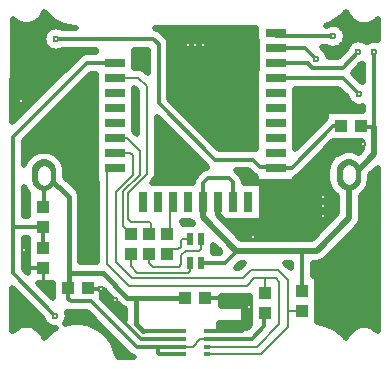
<source format=gbr>
G04 DipTrace 3.2.0.1*
G04 Âåðõíèé.gbr*
%MOIN*%
G04 #@! TF.FileFunction,Copper,L1,Top*
G04 #@! TF.Part,Single*
%AMOUTLINE3*
4,1,16,
-0.041319,-0.011881,
-0.037196,-0.02981,
-0.025701,-0.044175,
-0.009112,-0.052129,
0.009286,-0.052097,
0.025848,-0.044088,
0.037294,-0.029685,
0.041358,-0.011741,
0.041319,0.011881,
0.037196,0.02981,
0.025701,0.044175,
0.009112,0.052129,
-0.009286,0.052097,
-0.025848,0.044088,
-0.037294,0.029685,
-0.041358,0.011741,
-0.041319,-0.011881,
0*%
%ADD17C,0.011811*%
%ADD30C,0.043307*%
G04 #@! TA.AperFunction,CopperBalancing*
%ADD10C,0.009843*%
G04 #@! TA.AperFunction,Conductor*
%ADD15C,0.005906*%
%ADD16C,0.007874*%
G04 #@! TA.AperFunction,CopperBalancing*
%ADD18C,0.019685*%
G04 #@! TA.AperFunction,ViaPad*
%ADD19C,0.023622*%
G04 #@! TA.AperFunction,Conductor*
%ADD20C,0.015748*%
%ADD21R,0.043307X0.03937*%
%ADD23R,0.03937X0.043307*%
%ADD24R,0.066929X0.031496*%
%ADD25R,0.031496X0.066929*%
%ADD26R,0.019685X0.01378*%
%ADD28R,0.023622X0.03937*%
G04 #@! TA.AperFunction,ComponentPad*
%ADD52OUTLINE3*%
%FSLAX26Y26*%
G04*
G70*
G90*
G75*
G01*
G04 Top*
%LPD*%
X-267717Y323622D2*
D15*
X-189862D1*
X-161402Y295163D1*
Y3537D1*
X-223480Y-58542D1*
Y-145979D1*
X-213812Y-155647D1*
X-153639D1*
X-148619Y-160667D1*
Y-190566D1*
X-154462Y-196407D1*
X-267717Y73622D2*
D16*
X-216105D1*
X-209054Y66571D1*
Y143D1*
X-265262Y-56064D1*
Y-289894D1*
X-210966Y-344190D1*
X158867D1*
X185963Y-317094D1*
X276513D1*
X308490Y-349071D1*
Y-454273D1*
Y-507301D1*
X218004Y-597786D1*
X40354D1*
X355110Y-454273D2*
X308490D1*
X-267717Y123622D2*
D15*
X-229308D1*
X-184707Y79021D1*
Y913D1*
X-239441Y-53820D1*
Y-168940D1*
X-222283Y-186097D1*
X-224142D1*
X-214402Y-195836D1*
X-92825Y-263314D2*
D16*
Y-247856D1*
X-56298D1*
X-48329Y-239886D1*
Y-217789D1*
X-42467Y-211927D1*
X-17073D1*
X-17063Y-211936D1*
X18370D2*
D15*
Y-245344D1*
X11466Y-252247D1*
X-32520D1*
X-47029Y-266757D1*
Y-297387D1*
X-55091Y-305448D1*
X-140534D1*
X-153193Y-292787D1*
Y-264604D1*
X-154462Y-263336D1*
X-214402Y-262765D2*
Y-304764D1*
X-192701Y-326465D1*
X-25176D1*
X-17556Y-318846D1*
Y-295106D1*
X-17063Y-294613D1*
X267717Y473622D2*
D17*
Y461832D1*
X460089D1*
X267717Y423622D2*
X366883D1*
X402955Y387550D1*
X267717Y373622D2*
X374035D1*
X390542Y357115D1*
X490707D1*
X543394Y409802D1*
X267717Y323622D2*
X491969D1*
X546163Y269428D1*
X25000Y-90551D2*
D18*
Y-139782D1*
X137098Y-251881D1*
X349588D1*
X405008D1*
X512682Y-144206D1*
Y852D1*
X527923D1*
X595969Y68898D1*
Y159873D1*
D17*
Y409114D1*
X511240Y852D2*
D18*
X512682D1*
X595969Y159873D2*
D17*
X555356D1*
X552980Y162248D1*
X125000Y-90551D2*
Y-24446D1*
X111782Y-11228D1*
X43268D1*
X27025Y-27471D1*
Y-88526D1*
X25000Y-90551D1*
X355110Y-387344D2*
Y-257403D1*
X349588Y-251881D1*
X18370Y-294613D2*
X98466D1*
X139148Y-253930D1*
D18*
X137098Y-251881D1*
X75000Y-90551D2*
Y-133625D1*
X148887Y-207512D1*
X191719D1*
X304341D1*
X352189Y-159664D1*
Y-12340D1*
X468976Y104448D1*
X560121D1*
X190810Y-206501D2*
D17*
X191719Y-207512D1*
X40354Y-521014D2*
X155367D1*
X180446Y-495936D1*
Y-441051D1*
X33465Y-408298D2*
X171770D1*
X180446Y-416974D1*
Y-441051D1*
X-40354Y-546605D2*
X-182155D1*
X-314379Y-414381D1*
Y-384352D1*
X-320110Y-378621D1*
X-342962D1*
X-314346D1*
X-342962D2*
X-356839Y-377710D1*
X-570508Y-251125D2*
Y-293041D1*
X-551969Y-311580D1*
X-510163D1*
X-507686Y-309104D1*
X-267717Y373622D2*
X-361768D1*
X-608394Y126996D1*
Y-174217D1*
Y-327615D1*
X-467571Y-468438D1*
X-507864Y-174217D2*
X-608394D1*
X-507686Y-242175D2*
Y-174394D1*
X-507864Y-174217D1*
X-464615Y453630D2*
X-139551D1*
X-122444Y436522D1*
Y238617D1*
X64816Y51357D1*
X191663D1*
X216286Y26734D1*
X267717D1*
Y23622D1*
X320646D1*
X459272Y162248D1*
X486051D1*
X-40354Y-521014D2*
X-173575D1*
D20*
X-196470Y-498119D1*
Y-408298D1*
X-33465D1*
X-504505Y-850D2*
Y14808D1*
X-521188Y-1874D1*
X-492711D1*
X-422324Y-72261D1*
Y-327566D1*
X-307386D1*
X-226654Y-408298D1*
X-196470D1*
X-504505Y-850D2*
X-493735D1*
X-421715Y-72870D2*
Y-377710D1*
X-423768D1*
X-40354Y-572196D2*
D16*
X-9264D1*
X16327Y-546605D1*
X40354D1*
X-40354Y-572196D2*
D17*
X-124839D1*
X-195950D1*
X-346743Y-421403D1*
X-415088D1*
X-423768Y-412723D1*
Y-377710D1*
X-40354Y-597786D2*
X-119927D1*
X-124839Y-592874D1*
Y-572196D1*
X40354Y-546605D2*
X187388D1*
X229226Y-504768D1*
Y-462213D1*
X232581Y-458857D1*
X-504505Y-850D2*
Y-103929D1*
X-507864Y-107287D1*
X-75000Y-90157D2*
D16*
X-83618D1*
Y-196385D1*
D17*
X-92825D1*
X40354Y-572196D2*
D16*
X205990D1*
X280268Y-497917D1*
Y-357336D1*
X267550Y-344618D1*
X232581D1*
X196088D1*
X171064Y-369642D1*
X-221869D1*
X-294573Y-296936D1*
Y23622D1*
X-267717D1*
X232581Y-391928D2*
Y-344618D1*
D19*
X460089Y461832D3*
X-464615Y453630D3*
X-23819Y431828D3*
X118Y431925D3*
X25106D3*
X543394Y409802D3*
X595969Y409114D3*
X402955Y387550D3*
X546163Y269428D3*
X-579537Y246337D3*
X560121Y104448D3*
X425852Y-72814D3*
X426650Y-103875D3*
X427151Y-135126D3*
X190810Y-206501D3*
X-314346Y-378621D3*
X-268184Y-417713D3*
X180446Y-441051D3*
X-467571Y-468438D3*
X-570508Y-251125D3*
X-505471Y533020D2*
D18*
X-495862D1*
X495160D2*
X505459D1*
X-521870Y513466D2*
X-472735D1*
X469251D2*
X521904D1*
X-607059Y493912D2*
X-478907D1*
X-450316D2*
X-432760D1*
X489346D2*
X606052D1*
X-607059Y474358D2*
X-503272D1*
X-107085D2*
X201961D1*
X502265D2*
X606052D1*
X-607094Y454804D2*
X-508690D1*
X-89214D2*
X201961D1*
X503592D2*
X606052D1*
X-607131Y435251D2*
X-504492D1*
X-84262D2*
X201961D1*
X494730D2*
X507878D1*
X-607131Y415697D2*
X-484899D1*
X-444324D2*
X-333467D1*
X-201962D2*
X-160650D1*
X-84262D2*
X201961D1*
X436274D2*
X496102D1*
X-607167Y396143D2*
X-392425D1*
X-201962D2*
X-160650D1*
X-84262D2*
X201961D1*
X446177D2*
X476546D1*
X-607202Y376589D2*
X-411983D1*
X-201962D2*
X-160650D1*
X-84262D2*
X201961D1*
X-607202Y357035D2*
X-431539D1*
X-201962D2*
X-160650D1*
X-84262D2*
X201961D1*
X543819D2*
X557787D1*
X-607239Y337482D2*
X-451096D1*
X-84262D2*
X201961D1*
X531295D2*
X557787D1*
X-607274Y317928D2*
X-470654D1*
X-364266D2*
X-333467D1*
X-84262D2*
X201961D1*
X550852D2*
X557802D1*
X-607274Y298374D2*
X-490210D1*
X-383824D2*
X-333467D1*
X-84262D2*
X201961D1*
X-607310Y278820D2*
X-509766D1*
X-403381D2*
X-333467D1*
X-84262D2*
X201961D1*
X333466D2*
X483579D1*
X-607346Y259266D2*
X-529324D1*
X-422937D2*
X-333467D1*
X-84262D2*
X201961D1*
X333466D2*
X503136D1*
X-607346Y239713D2*
X-548881D1*
X-442495D2*
X-333467D1*
X-70340D2*
X201961D1*
X333466D2*
X514332D1*
X-607382Y220159D2*
X-568437D1*
X-462051D2*
X-333467D1*
X-50782D2*
X201961D1*
X333466D2*
X557787D1*
X-607382Y200605D2*
X-587995D1*
X-481608D2*
X-333467D1*
X-31226D2*
X201961D1*
X333466D2*
X432121D1*
X-501129Y181051D2*
X-333467D1*
X-126175D2*
X-118073D1*
X-11668D2*
X201961D1*
X333466D2*
X424873D1*
X-520686Y161497D2*
X-333467D1*
X-126175D2*
X-98534D1*
X7853D2*
X201961D1*
X333466D2*
X405316D1*
X-540243Y141944D2*
X-333467D1*
X-126175D2*
X-78978D1*
X27409D2*
X201961D1*
X333466D2*
X385759D1*
X-559799Y122390D2*
X-333467D1*
X-126175D2*
X-59420D1*
X46966D2*
X201961D1*
X333466D2*
X366238D1*
X-570206Y102836D2*
X-333467D1*
X-126175D2*
X-39864D1*
X66524D2*
X201961D1*
X333466D2*
X346681D1*
X453067D2*
X553840D1*
X-570206Y83282D2*
X-333467D1*
X-126175D2*
X-20307D1*
X433510D2*
X510636D1*
X523186D2*
X551580D1*
X-570206Y63728D2*
X-554657D1*
X-454408D2*
X-333467D1*
X-126175D2*
X-749D1*
X413954D2*
X459644D1*
X-439121Y44175D2*
X-333467D1*
X-126175D2*
X18807D1*
X394396D2*
X444896D1*
X-433236Y24621D2*
X-333467D1*
X-126175D2*
X36139D1*
X374840D2*
X439550D1*
X-430904Y5067D2*
X-333467D1*
X-126175D2*
X6356D1*
X148661D2*
X184772D1*
X355283D2*
X437612D1*
X590899D2*
X606052D1*
X-424122Y-14487D2*
X-333467D1*
X-131486D2*
X-8752D1*
X161795D2*
X201961D1*
X333466D2*
X437827D1*
X584655D2*
X606052D1*
X-404564Y-34041D2*
X-330812D1*
X223014D2*
X442133D1*
X580420D2*
X606052D1*
X-570206Y-53594D2*
X-564112D1*
X-386766D2*
X-330812D1*
X223014D2*
X452970D1*
X569547D2*
X606052D1*
X-570206Y-73148D2*
X-559846D1*
X-381563D2*
X-330812D1*
X223014D2*
X470554D1*
X554799D2*
X606052D1*
X-570206Y-92702D2*
X-559846D1*
X-381563D2*
X-330812D1*
X223014D2*
X470554D1*
X554799D2*
X606052D1*
X-570206Y-112256D2*
X-559846D1*
X-381563D2*
X-330812D1*
X223014D2*
X470554D1*
X554799D2*
X606052D1*
X-570206Y-131810D2*
X-559846D1*
X-381563D2*
X-330812D1*
X223014D2*
X466319D1*
X554799D2*
X606052D1*
X-381563Y-151364D2*
X-330812D1*
X223014D2*
X446762D1*
X554154D2*
X606052D1*
X-381563Y-170917D2*
X-330812D1*
X114895D2*
X427205D1*
X544644D2*
X606052D1*
X-381563Y-190471D2*
X-330812D1*
X134451D2*
X407648D1*
X525194D2*
X606052D1*
X-381563Y-210025D2*
X-330812D1*
X154009D2*
X388092D1*
X505638D2*
X606052D1*
X-570206Y-229579D2*
X-559646D1*
X-381563D2*
X-330812D1*
X486081D2*
X606052D1*
X-570206Y-249133D2*
X-559646D1*
X-381563D2*
X-330812D1*
X62469D2*
X75602D1*
X466524D2*
X606052D1*
X-570206Y-268686D2*
X-559646D1*
X-381563D2*
X-330812D1*
X446967D2*
X606052D1*
X-570206Y-288240D2*
X-559646D1*
X-381563D2*
X-330812D1*
X424037D2*
X606052D1*
X-570206Y-307794D2*
X-559646D1*
X138471D2*
X144829D1*
X393285D2*
X606052D1*
X393285Y-327348D2*
X606052D1*
X407064Y-346902D2*
X606052D1*
X-516344Y-366455D2*
X-477722D1*
X407064D2*
X606052D1*
X-496823Y-386009D2*
X-477722D1*
X407064D2*
X606052D1*
X-608100Y-405563D2*
X-583652D1*
X-302904D2*
X-285346D1*
X87408D2*
X180609D1*
X407064D2*
X606052D1*
X-608135Y-425117D2*
X-564096D1*
X-289843D2*
X-265825D1*
X87408D2*
X180609D1*
X407064D2*
X606052D1*
X-608172Y-444671D2*
X-544538D1*
X-270286D2*
X-240277D1*
X165348D2*
X180609D1*
X407064D2*
X606052D1*
X-608172Y-464224D2*
X-524982D1*
X-423690D2*
X-357115D1*
X-250730D2*
X-236617D1*
X165348D2*
X180609D1*
X407064D2*
X606052D1*
X-608207Y-483778D2*
X-508762D1*
X-426382D2*
X-337559D1*
X165348D2*
X180609D1*
X407064D2*
X606052D1*
X-608243Y-503332D2*
X-585591D1*
X-540386D2*
X-493152D1*
X-334088D2*
X-318001D1*
X82492D2*
X177451D1*
X454108D2*
X540420D1*
X585588D2*
X606052D1*
X-512289Y-522886D2*
X-485294D1*
X-305022D2*
X-298425D1*
X485112D2*
X512286D1*
X-286110Y-542440D2*
X-278923D1*
X-271507Y-561993D2*
X-259331D1*
X-263755Y-581547D2*
X-239774D1*
X-258228Y-601101D2*
X-219751D1*
X-475736Y-409014D2*
Y-361073D1*
X-523720Y-361072D1*
X-475730Y-409056D1*
X-304870Y-384084D2*
Y-412045D1*
X-234682Y-482240D1*
X-234659Y-445621D1*
X-241268Y-443580D1*
X-246606Y-440860D1*
X-251455Y-437337D1*
X-286135Y-402823D1*
X-304887Y-384072D1*
X85433Y-403892D2*
Y-435039D1*
X155083Y-435160D1*
X158012Y-436112D1*
X160503Y-437923D1*
X162314Y-440413D1*
X163265Y-443343D1*
X163386Y-472441D1*
X163265Y-485791D1*
X162314Y-488720D1*
X160503Y-491211D1*
X158012Y-493022D1*
X155083Y-493974D1*
X125984Y-494094D1*
X80518D1*
X80512Y-510386D1*
X172373Y-510385D1*
X182558Y-500211D1*
X182617Y-406888D1*
X181648Y-402218D1*
X176423Y-403472D1*
X171064Y-403894D1*
X85408D1*
X-503353Y542415D2*
X-506749Y534335D1*
X-511924Y525890D1*
X-518357Y518357D1*
X-525890Y511924D1*
X-534335Y506749D1*
X-543486Y502958D1*
X-553118Y500646D1*
X-562992Y499869D1*
X-572866Y500646D1*
X-582499Y502958D1*
X-591650Y506749D1*
X-600094Y511924D1*
X-607627Y518357D1*
X-609270Y520134D1*
X-609051Y469357D1*
X-609395Y177224D1*
X-385291Y401164D1*
X-380693Y404505D1*
X-375629Y407085D1*
X-370223Y408841D1*
X-364609Y409731D1*
X-331517Y409843D1*
X-331496Y417377D1*
X-443096Y417409D1*
X-448495Y414710D1*
X-454781Y412668D1*
X-461310Y411634D1*
X-467921D1*
X-474450Y412668D1*
X-480736Y414710D1*
X-486626Y417711D1*
X-491974Y421597D1*
X-496648Y426272D1*
X-500534Y431619D1*
X-503535Y437509D1*
X-505577Y443795D1*
X-506612Y450324D1*
Y456936D1*
X-505577Y463465D1*
X-503535Y469751D1*
X-500534Y475640D1*
X-496648Y480988D1*
X-491974Y485663D1*
X-486626Y489549D1*
X-480736Y492550D1*
X-474450Y494592D1*
X-467921Y495626D1*
X-461310D1*
X-454781Y494592D1*
X-448495Y492550D1*
X-443135Y489845D1*
X-397332Y489850D1*
X-425550Y492203D1*
X-447619Y499623D1*
X-476810Y517244D1*
X-502441Y541102D1*
X-502898Y541730D1*
X608034Y518798D2*
X603987Y514992D1*
X595974Y509171D1*
X587148Y504673D1*
X577728Y501613D1*
X567945Y500063D1*
X558039D1*
X548256Y501613D1*
X538836Y504673D1*
X530010Y509171D1*
X521997Y514992D1*
X514992Y521997D1*
X509171Y530010D1*
X504673Y538836D1*
X502659Y544549D1*
X491152Y530745D1*
X453499Y503440D1*
X460089Y503958D1*
X466680Y503440D1*
X473106Y501896D1*
X479214Y499366D1*
X484850Y495912D1*
X489877Y491619D1*
X494169Y486593D1*
X497623Y480957D1*
X500154Y474849D1*
X501697Y468423D1*
X502215Y461832D1*
X501697Y455241D1*
X500154Y448815D1*
X497623Y442707D1*
X494169Y437071D1*
X489877Y432045D1*
X484850Y427752D1*
X479214Y424298D1*
X473106Y421768D1*
X466680Y420224D1*
X460089Y419706D1*
X453499Y420224D1*
X447072Y421768D1*
X440965Y424298D1*
X438609Y425617D1*
X421012Y425612D1*
X427717Y421630D1*
X432743Y417337D1*
X437035Y412311D1*
X440490Y406675D1*
X443020Y400567D1*
X444659Y393332D1*
X475696Y393336D1*
X502573Y420205D1*
X504474Y425923D1*
X507475Y431812D1*
X511361Y437160D1*
X516035Y441835D1*
X521383Y445720D1*
X527273Y448722D1*
X533559Y450764D1*
X540088Y451798D1*
X546699D1*
X553228Y450764D1*
X559514Y448722D1*
X565404Y445720D1*
X570093Y442354D1*
X573958Y445033D1*
X579848Y448034D1*
X586134Y450076D1*
X592663Y451110D1*
X599274D1*
X605803Y450076D1*
X608029Y449449D1*
X608022Y518778D1*
X-610217Y-521157D2*
X-603987Y-514992D1*
X-595974Y-509171D1*
X-587148Y-504673D1*
X-577728Y-501613D1*
X-567945Y-500063D1*
X-558039D1*
X-548256Y-501613D1*
X-538836Y-504673D1*
X-530010Y-509171D1*
X-521997Y-514992D1*
X-514992Y-521997D1*
X-509171Y-530010D1*
X-504673Y-538836D1*
X-502711Y-544362D1*
X-497098Y-536143D1*
X-480345Y-520202D1*
X-465562Y-510513D1*
X-470877Y-510434D1*
X-477406Y-509400D1*
X-483692Y-507358D1*
X-489581Y-504357D1*
X-494929Y-500471D1*
X-499604Y-495797D1*
X-503490Y-490449D1*
X-506491Y-484559D1*
X-508367Y-478857D1*
X-610030Y-377203D1*
X-610218Y-521081D1*
X503085Y-543140D2*
X506749Y-534335D1*
X511924Y-525890D1*
X518357Y-518357D1*
X525890Y-511924D1*
X534335Y-506749D1*
X543486Y-502958D1*
X553118Y-500646D1*
X562992Y-499869D1*
X572866Y-500646D1*
X582499Y-502958D1*
X591650Y-506749D1*
X600094Y-511924D1*
X607627Y-518357D1*
X608034Y-518798D1*
X608022Y24151D1*
X582878Y-984D1*
X582824Y-13218D1*
X580135Y-26546D1*
X577484Y-37829D1*
X575720Y-42247D1*
X573281Y-46343D1*
X559268Y-63902D1*
X555762Y-67117D1*
X553823Y-68513D1*
X552840Y-72639D1*
X552717Y-147357D1*
X551731Y-153580D1*
X549783Y-159573D1*
X546923Y-165189D1*
X543218Y-170286D1*
X515096Y-198585D1*
X431088Y-282416D1*
X425990Y-286121D1*
X420375Y-288982D1*
X414382Y-290929D1*
X408159Y-291915D1*
X391336Y-292038D1*
X391331Y-335379D1*
X405110Y-335375D1*
Y-490688D1*
X433760Y-495301D1*
X466337Y-509710D1*
X496699Y-533710D1*
X503085Y-543159D1*
X443269Y212248D2*
X559755D1*
X559748Y229524D1*
X552753Y227820D1*
X546163Y227302D1*
X539572Y227820D1*
X533146Y229364D1*
X527038Y231894D1*
X521402Y235348D1*
X516375Y239640D1*
X512083Y244667D1*
X508629Y250303D1*
X506098Y256411D1*
X505366Y259009D1*
X476984Y287383D1*
X331530Y287402D1*
X331461Y227559D1*
X331496Y114567D1*
Y85680D1*
X433668Y187867D1*
X434083Y194925D1*
Y212248D1*
X443269D1*
X501024Y112248D2*
X460474D1*
X344169Y-3920D1*
X339571Y-7261D1*
X334507Y-9841D1*
X331828Y-10829D1*
X331496Y-12992D1*
Y-22441D1*
X203937D1*
Y-7333D1*
X197361Y-4150D1*
X192762Y-808D1*
X176643Y15154D1*
X136652Y15136D1*
X152542Y-923D1*
X155883Y-5521D1*
X158463Y-10585D1*
X160219Y-15991D1*
X161109Y-21605D1*
X161614Y-26772D1*
X221063D1*
Y-154331D1*
X96316D1*
X153749Y-211740D1*
X388379Y-211723D1*
X472500Y-127597D1*
X472433Y-70659D1*
X468318Y-68272D1*
X464627Y-65270D1*
X456130Y-55091D1*
X448962Y-45983D1*
X446608Y-41849D1*
X444927Y-37390D1*
X439987Y-15822D1*
X439606Y-11080D1*
X439656Y14921D1*
X442345Y28249D1*
X444996Y39533D1*
X446760Y43950D1*
X449199Y48046D1*
X463213Y65605D1*
X466718Y68820D1*
X470692Y71451D1*
X490938Y81192D1*
X495492Y82567D1*
X500214Y83214D1*
X522678Y83206D1*
X527378Y82470D1*
X531913Y81004D1*
X545009Y74777D1*
X555832Y85552D1*
X555811Y112282D1*
X501012Y112283D1*
X438609Y498047D2*
X442337Y500000D1*
X434471Y498055D1*
X559738Y370986D2*
X553812Y369005D1*
X525794Y340978D1*
X556580Y310234D1*
X559751Y309282D1*
X559748Y370979D1*
X-425575Y-471744D2*
X-426609Y-478273D1*
X-428651Y-484559D1*
X-431652Y-490449D1*
X-435898Y-496186D1*
X-412546Y-490617D1*
X-387831Y-490062D1*
X-360776Y-494049D1*
X-337123Y-502707D1*
X-314354Y-516503D1*
X-294978Y-533454D1*
X-273875Y-561135D1*
X-262820Y-588983D1*
X-258824Y-607459D1*
X-204406Y-607415D1*
X-209811Y-605659D1*
X-214875Y-603079D1*
X-219474Y-599738D1*
X-254041Y-565328D1*
X-361753Y-457617D1*
X-417929Y-457512D1*
X-423543Y-456622D1*
X-426291Y-455846D1*
X-426609Y-458604D1*
X-425575Y-465133D1*
Y-471744D1*
X-328794Y-22441D2*
X-331496D1*
Y219685D1*
Y337378D1*
X-346769Y337402D1*
X-572159Y112007D1*
X-572173Y31938D1*
X-570748Y37831D1*
X-568986Y42248D1*
X-566546Y46344D1*
X-552533Y63903D1*
X-549028Y67118D1*
X-545054Y69749D1*
X-525441Y79235D1*
X-520919Y80713D1*
X-516222Y81465D1*
X-493067Y81504D1*
X-488367Y80768D1*
X-483832Y79302D1*
X-463593Y69547D1*
X-459678Y66845D1*
X-456228Y63556D1*
X-442227Y45984D1*
X-439873Y41850D1*
X-438192Y37391D1*
X-433201Y15486D1*
X-432856Y1895D1*
X-432840Y-7723D1*
X-392676Y-48068D1*
X-389154Y-52916D1*
X-386433Y-58256D1*
X-384581Y-63955D1*
X-383644Y-69874D1*
X-383526Y-118802D1*
Y-289360D1*
X-328846Y-289377D1*
X-328825Y-22458D1*
X-203937Y177593D2*
Y145297D1*
X-194646Y136007D1*
X-194669Y281388D1*
X-203626Y290339D1*
X-203937Y277822D1*
X-203972Y177559D1*
X-203937Y417424D2*
Y356924D1*
X-187252Y356787D1*
X-182096Y355971D1*
X-177131Y354357D1*
X-172479Y351987D1*
X-168256Y348919D1*
X-158650Y339458D1*
X-158664Y417428D1*
X-203963Y417409D1*
X203937Y85440D2*
Y269685D1*
X203972Y419685D1*
X203937Y488957D1*
X-133885Y489404D1*
X-128358Y488077D1*
X-123108Y485903D1*
X-118261Y482933D1*
X-113940Y479241D1*
X-94902Y460046D1*
X-91560Y455448D1*
X-88980Y450383D1*
X-87224Y444978D1*
X-86335Y439364D1*
X-86223Y390591D1*
Y253621D1*
X79797Y87601D1*
X194504Y87466D1*
X200118Y86576D1*
X202866Y85801D1*
X-28971Y-26772D2*
X-9163D1*
X-8749Y-21804D1*
X-7423Y-16278D1*
X-5248Y-11028D1*
X-2278Y-6181D1*
X1421Y-1852D1*
X19744Y16314D1*
X24343Y19655D1*
X29407Y22235D1*
X34812Y23991D1*
X37613Y24547D1*
X39197Y25753D1*
X-128136Y193087D1*
X-128236Y927D1*
X-129054Y-4230D1*
X-130667Y-9194D1*
X-133037Y-13845D1*
X-136105Y-18070D1*
X-144652Y-26762D1*
X-121076Y-26772D1*
X-121063Y-26378D1*
X-28937D1*
Y-26773D1*
X-21029Y-154331D2*
X-42846D1*
X-40816Y-161937D1*
X-8484D1*
X-10781Y-158013D1*
X-12105Y-155138D1*
X-21063Y-154295D1*
X-557844Y-59007D2*
X-566783Y-47685D1*
X-569138Y-43551D1*
X-570819Y-39092D1*
X-572173Y-38358D1*
Y-138009D1*
X-557833Y-137996D1*
X-557864Y-58959D1*
X-557705Y-226185D2*
X-557864Y-210432D1*
X-572203Y-210437D1*
X-572173Y-312622D1*
X-557688Y-327098D1*
X-557686Y-226214D1*
X60496Y-232091D2*
Y-258408D1*
X83428Y-258392D1*
X82720Y-254294D1*
X60518Y-232091D1*
X134348Y-309938D2*
X144682D1*
X161751Y-292867D1*
X156675Y-292038D1*
X152261D1*
X134388Y-309915D1*
X307228Y-299370D2*
X318875Y-311017D1*
X318890Y-292071D1*
X299888Y-292038D1*
X307228Y-299370D1*
X-356839Y-377710D2*
D10*
X-304906D1*
X33465Y-408298D2*
X85398D1*
X-507686Y-309104D2*
Y-361037D1*
X-557650Y-309104D2*
X-507686D1*
D21*
X-423768Y-377710D3*
X-356839D3*
X33465Y-408298D3*
X-33465D3*
X486051Y162248D3*
X552980D3*
D23*
X-92825Y-263314D3*
Y-196385D3*
X232581Y-458857D3*
Y-391928D3*
X355110Y-454273D3*
Y-387344D3*
D24*
X-267717Y23622D3*
Y73622D3*
Y123622D3*
Y173622D3*
Y223622D3*
Y273622D3*
Y323622D3*
Y373622D3*
X267717Y23622D3*
Y73622D3*
Y123622D3*
Y173622D3*
Y223622D3*
Y273622D3*
Y323622D3*
Y373622D3*
Y423622D3*
Y473622D3*
D25*
X-25000Y-90551D3*
X25000D3*
X-75000Y-90157D3*
X75000Y-90551D3*
X-125000D3*
X125000D3*
X-175000D3*
X175000D3*
D26*
X-40354Y-546605D3*
Y-572196D3*
X40354D3*
Y-546605D3*
X-40354Y-521014D3*
Y-597786D3*
X40354D3*
Y-521014D3*
D52*
X511240Y852D3*
X-504505Y-850D3*
D23*
X-507864Y-174217D3*
Y-107287D3*
X-507686Y-242175D3*
Y-309104D3*
D28*
X-17063Y-294613D3*
Y-211936D3*
X18370Y-294613D3*
Y-211936D3*
D23*
X-154462Y-263336D3*
Y-196407D3*
X-214402Y-262765D3*
Y-195836D3*
G04 Top Clear*
%LPC*%
D17*
X460089Y461832D3*
X-464615Y453630D3*
X-23819Y431828D3*
X118Y431925D3*
X25106D3*
X543394Y409802D3*
X595969Y409114D3*
X402955Y387550D3*
X546163Y269428D3*
X-579537Y246337D3*
X560121Y104448D3*
X425852Y-72814D3*
X426650Y-103875D3*
X427151Y-135126D3*
X190810Y-206501D3*
X-314346Y-378621D3*
X-268184Y-417713D3*
X180446Y-441051D3*
X-467571Y-468438D3*
X-570508Y-251125D3*
X511220Y12663D2*
D30*
X511260Y-10959D1*
X-504525Y10961D2*
X-504485Y-12661D1*
M02*

</source>
